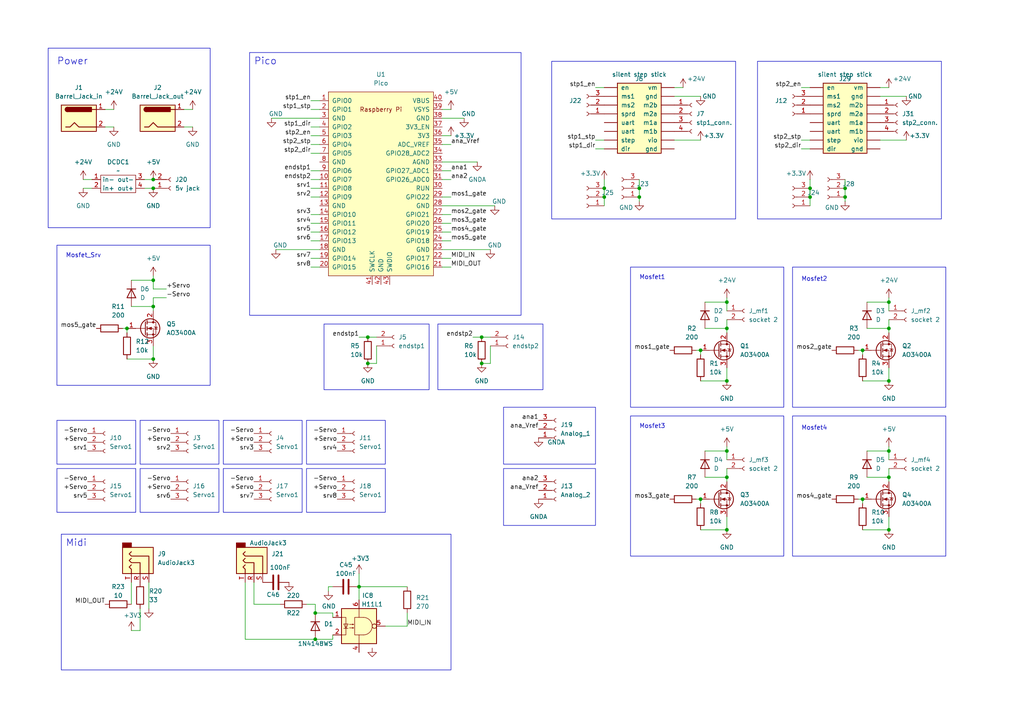
<source format=kicad_sch>
(kicad_sch (version 20231120) (generator "eeschema") (generator_version "8.0")
  (paper "A4")
  (junction (at 185.42 57.15))
  (junction (at 257.81 138.43))
  (junction (at 175.26 54.61))
  (junction (at 44.45 54.61))
  (junction (at 250.19 101.6))
  (junction (at 139.7 97.79))
  (junction (at 44.45 104.14))
  (junction (at 44.45 52.07))
  (junction (at 210.82 95.25))
  (junction (at 210.82 153.67))
  (junction (at 245.11 54.61))
  (junction (at 106.68 97.79))
  (junction (at 203.2 144.78))
  (junction (at 185.42 54.61))
  (junction (at 91.44 185.42))
  (junction (at 44.45 81.28))
  (junction (at 210.82 138.43))
  (junction (at 203.2 101.6))
  (junction (at 175.26 57.15))
  (junction (at 250.19 144.78))
  (junction (at 245.11 57.15))
  (junction (at 104.14 170.18))
  (junction (at 44.45 88.9))
  (junction (at 210.82 110.49))
  (junction (at 234.95 57.15))
  (junction (at 106.68 105.41))
  (junction (at 210.82 130.81))
  (junction (at 257.81 110.49))
  (junction (at 91.44 177.8))
  (junction (at 139.7 105.41))
  (junction (at 210.82 87.63))
  (junction (at 234.95 54.61))
  (junction (at 257.81 153.67))
  (junction (at 257.81 95.25))
  (junction (at 257.81 130.81))
  (junction (at 36.83 95.25))
  (junction (at 257.81 87.63))
  (wire (pts (xy 24.13 54.61) (xy 26.67 54.61)))
  (wire (pts (xy 248.92 101.6) (xy 250.19 101.6)))
  (wire (pts (xy 90.17 64.77) (xy 92.71 64.77)))
  (wire (pts (xy 104.14 97.79) (xy 106.68 97.79)))
  (wire (pts (xy 104.14 170.18) (xy 104.14 173.99)))
  (wire (pts (xy 24.13 52.07) (xy 26.67 52.07)))
  (wire (pts (xy 90.17 69.85) (xy 92.71 69.85)))
  (wire (pts (xy 234.95 57.15) (xy 234.95 59.69)))
  (wire (pts (xy 91.44 175.26) (xy 91.44 177.8)))
  (wire (pts (xy 73.66 175.26) (xy 81.28 175.26)))
  (wire (pts (xy 245.11 54.61) (xy 245.11 57.15)))
  (wire (pts (xy 250.19 153.67) (xy 257.81 153.67)))
  (wire (pts (xy 38.1 81.28) (xy 44.45 81.28)))
  (wire (pts (xy 251.46 87.63) (xy 257.81 87.63)))
  (wire (pts (xy 251.46 138.43) (xy 257.81 138.43)))
  (wire (pts (xy 90.17 49.53) (xy 92.71 49.53)))
  (wire (pts (xy 128.27 52.07) (xy 130.81 52.07)))
  (wire (pts (xy 255.27 27.94) (xy 262.89 27.94)))
  (wire (pts (xy 128.27 69.85) (xy 130.81 69.85)))
  (wire (pts (xy 257.81 95.25) (xy 257.81 96.52)))
  (wire (pts (xy 251.46 130.81) (xy 257.81 130.81)))
  (wire (pts (xy 203.2 110.49) (xy 210.82 110.49)))
  (wire (pts (xy 175.26 52.07) (xy 175.26 54.61)))
  (wire (pts (xy 38.1 88.9) (xy 44.45 88.9)))
  (wire (pts (xy 255.27 40.64) (xy 262.89 40.64)))
  (wire (pts (xy 204.47 95.25) (xy 210.82 95.25)))
  (wire (pts (xy 128.27 64.77) (xy 130.81 64.77)))
  (wire (pts (xy 251.46 95.25) (xy 257.81 95.25)))
  (wire (pts (xy 128.27 31.75) (xy 130.81 31.75)))
  (wire (pts (xy 104.14 166.37) (xy 104.14 170.18)))
  (wire (pts (xy 250.19 101.6) (xy 250.19 102.87)))
  (wire (pts (xy 41.91 52.07) (xy 44.45 52.07)))
  (wire (pts (xy 90.17 36.83) (xy 92.71 36.83)))
  (wire (pts (xy 90.17 31.75) (xy 92.71 31.75)))
  (wire (pts (xy 90.17 29.21) (xy 92.71 29.21)))
  (wire (pts (xy 128.27 72.39) (xy 142.24 72.39)))
  (wire (pts (xy 257.81 138.43) (xy 257.81 139.7)))
  (wire (pts (xy 71.12 185.42) (xy 91.44 185.42)))
  (wire (pts (xy 41.91 54.61) (xy 44.45 54.61)))
  (wire (pts (xy 257.81 129.54) (xy 257.81 130.81)))
  (wire (pts (xy 195.58 25.4) (xy 198.12 25.4)))
  (wire (pts (xy 130.81 41.91) (xy 128.27 41.91)))
  (wire (pts (xy 204.47 87.63) (xy 210.82 87.63)))
  (wire (pts (xy 232.41 43.18) (xy 234.95 43.18)))
  (wire (pts (xy 90.17 54.61) (xy 92.71 54.61)))
  (wire (pts (xy 210.82 106.68) (xy 210.82 110.49)))
  (wire (pts (xy 44.45 83.82) (xy 48.26 83.82)))
  (wire (pts (xy 106.68 97.79) (xy 109.22 97.79)))
  (wire (pts (xy 204.47 138.43) (xy 210.82 138.43)))
  (wire (pts (xy 201.93 144.78) (xy 203.2 144.78)))
  (wire (pts (xy 111.76 181.61) (xy 118.11 181.61)))
  (wire (pts (xy 203.2 153.67) (xy 210.82 153.67)))
  (wire (pts (xy 257.81 130.81) (xy 257.81 133.35)))
  (wire (pts (xy 245.11 57.15) (xy 245.11 58.42)))
  (wire (pts (xy 210.82 86.36) (xy 210.82 87.63)))
  (wire (pts (xy 128.27 62.23) (xy 130.81 62.23)))
  (wire (pts (xy 128.27 59.69) (xy 143.51 59.69)))
  (wire (pts (xy 44.45 88.9) (xy 44.45 90.17)))
  (wire (pts (xy 257.81 135.89) (xy 257.81 138.43)))
  (wire (pts (xy 44.45 100.33) (xy 44.45 104.14)))
  (wire (pts (xy 36.83 95.25) (xy 36.83 96.52)))
  (wire (pts (xy 118.11 177.8) (xy 118.11 181.61)))
  (wire (pts (xy 128.27 57.15) (xy 130.81 57.15)))
  (wire (pts (xy 172.72 43.18) (xy 175.26 43.18)))
  (wire (pts (xy 128.27 74.93) (xy 130.81 74.93)))
  (wire (pts (xy 250.19 144.78) (xy 250.19 146.05)))
  (wire (pts (xy 128.27 34.29) (xy 134.62 34.29)))
  (wire (pts (xy 257.81 149.86) (xy 257.81 153.67)))
  (wire (pts (xy 38.1 168.91) (xy 38.1 175.26)))
  (wire (pts (xy 44.45 80.01) (xy 44.45 81.28)))
  (wire (pts (xy 96.52 179.07) (xy 96.52 177.8)))
  (wire (pts (xy 96.52 170.18) (xy 95.25 170.18)))
  (wire (pts (xy 255.27 25.4) (xy 257.81 25.4)))
  (wire (pts (xy 257.81 87.63) (xy 257.81 90.17)))
  (wire (pts (xy 195.58 27.94) (xy 203.2 27.94)))
  (wire (pts (xy 78.74 34.29) (xy 92.71 34.29)))
  (wire (pts (xy 232.41 40.64) (xy 234.95 40.64)))
  (wire (pts (xy 245.11 52.07) (xy 245.11 54.61)))
  (wire (pts (xy 96.52 177.8) (xy 91.44 177.8)))
  (wire (pts (xy 204.47 130.81) (xy 210.82 130.81)))
  (wire (pts (xy 90.17 52.07) (xy 92.71 52.07)))
  (wire (pts (xy 185.42 57.15) (xy 185.42 58.42)))
  (wire (pts (xy 43.18 168.91) (xy 43.18 176.53)))
  (wire (pts (xy 139.7 105.41) (xy 142.24 105.41)))
  (wire (pts (xy 90.17 57.15) (xy 92.71 57.15)))
  (wire (pts (xy 109.22 100.33) (xy 109.22 105.41)))
  (wire (pts (xy 210.82 92.71) (xy 210.82 95.25)))
  (wire (pts (xy 90.17 74.93) (xy 92.71 74.93)))
  (wire (pts (xy 90.17 44.45) (xy 92.71 44.45)))
  (wire (pts (xy 185.42 54.61) (xy 185.42 57.15)))
  (wire (pts (xy 257.81 86.36) (xy 257.81 87.63)))
  (wire (pts (xy 90.17 39.37) (xy 92.71 39.37)))
  (wire (pts (xy 210.82 135.89) (xy 210.82 138.43)))
  (wire (pts (xy 40.64 182.88) (xy 38.1 182.88)))
  (wire (pts (xy 250.19 110.49) (xy 257.81 110.49)))
  (wire (pts (xy 142.24 100.33) (xy 142.24 105.41)))
  (wire (pts (xy 210.82 95.25) (xy 210.82 96.52)))
  (wire (pts (xy 232.41 25.4) (xy 234.95 25.4)))
  (wire (pts (xy 90.17 62.23) (xy 92.71 62.23)))
  (wire (pts (xy 53.34 31.75) (xy 55.88 31.75)))
  (wire (pts (xy 44.45 86.36) (xy 48.26 86.36)))
  (wire (pts (xy 30.48 36.83) (xy 33.02 36.83)))
  (wire (pts (xy 90.17 67.31) (xy 92.71 67.31)))
  (wire (pts (xy 44.45 86.36) (xy 44.45 88.9)))
  (wire (pts (xy 128.27 46.99) (xy 138.43 46.99)))
  (wire (pts (xy 172.72 40.64) (xy 175.26 40.64)))
  (wire (pts (xy 234.95 54.61) (xy 234.95 57.15)))
  (wire (pts (xy 210.82 130.81) (xy 210.82 133.35)))
  (wire (pts (xy 73.66 168.91) (xy 73.66 175.26)))
  (wire (pts (xy 118.11 170.18) (xy 104.14 170.18)))
  (wire (pts (xy 88.9 175.26) (xy 91.44 175.26)))
  (wire (pts (xy 95.25 170.18) (xy 95.25 171.45)))
  (wire (pts (xy 80.01 72.39) (xy 92.71 72.39)))
  (wire (pts (xy 172.72 25.4) (xy 175.26 25.4)))
  (wire (pts (xy 257.81 92.71) (xy 257.81 95.25)))
  (wire (pts (xy 210.82 149.86) (xy 210.82 153.67)))
  (wire (pts (xy 90.17 41.91) (xy 92.71 41.91)))
  (wire (pts (xy 91.44 185.42) (xy 96.52 185.42)))
  (wire (pts (xy 128.27 77.47) (xy 130.81 77.47)))
  (wire (pts (xy 210.82 129.54) (xy 210.82 130.81)))
  (wire (pts (xy 36.83 104.14) (xy 44.45 104.14)))
  (wire (pts (xy 175.26 54.61) (xy 175.26 57.15)))
  (wire (pts (xy 90.17 77.47) (xy 92.71 77.47)))
  (wire (pts (xy 203.2 144.78) (xy 203.2 146.05)))
  (wire (pts (xy 139.7 97.79) (xy 142.24 97.79)))
  (wire (pts (xy 185.42 52.07) (xy 185.42 54.61)))
  (wire (pts (xy 35.56 95.25) (xy 36.83 95.25)))
  (wire (pts (xy 128.27 49.53) (xy 130.81 49.53)))
  (wire (pts (xy 96.52 184.15) (xy 96.52 185.42)))
  (wire (pts (xy 257.81 106.68) (xy 257.81 110.49)))
  (wire (pts (xy 128.27 67.31) (xy 130.81 67.31)))
  (wire (pts (xy 201.93 101.6) (xy 203.2 101.6)))
  (wire (pts (xy 234.95 52.07) (xy 234.95 54.61)))
  (wire (pts (xy 128.27 39.37) (xy 130.81 39.37)))
  (wire (pts (xy 210.82 138.43) (xy 210.82 139.7)))
  (wire (pts (xy 30.48 31.75) (xy 33.02 31.75)))
  (wire (pts (xy 71.12 168.91) (xy 71.12 185.42)))
  (wire (pts (xy 210.82 87.63) (xy 210.82 90.17)))
  (wire (pts (xy 40.64 176.53) (xy 40.64 182.88)))
  (wire (pts (xy 106.68 105.41) (xy 109.22 105.41)))
  (wire (pts (xy 248.92 144.78) (xy 250.19 144.78)))
  (wire (pts (xy 44.45 81.28) (xy 44.45 83.82)))
  (wire (pts (xy 53.34 36.83) (xy 55.88 36.83)))
  (wire (pts (xy 175.26 57.15) (xy 175.26 59.69)))
  (wire (pts (xy 195.58 40.64) (xy 203.2 40.64)))
  (wire (pts (xy 137.16 97.79) (xy 139.7 97.79)))
  (wire (pts (xy 203.2 101.6) (xy 203.2 102.87)))
  (rectangle (start 64.77 121.92) (end 87.63 134.62))
  (rectangle (start 127 93.98) (end 157.48 113.03))
  (rectangle (start 64.77 135.89) (end 87.63 148.59))
  (rectangle (start 88.9 121.92) (end 111.76 134.62))
  (rectangle (start 160.02 17.78) (end 213.36 63.5))
  (rectangle (start 17.78 154.94) (end 130.81 194.31))
  (rectangle (start 16.51 71.12) (end 60.96 111.76))
  (rectangle (start 229.87 120.65) (end 274.32 161.29))
  (rectangle (start 182.88 120.65) (end 227.33 161.29))
  (rectangle (start 182.88 77.47) (end 227.33 118.11))
  (rectangle (start 146.05 135.89) (end 172.72 152.4))
  (rectangle (start 88.9 135.89) (end 111.76 148.59))
  (rectangle (start 72.39 15.24) (end 151.13 91.44))
  (rectangle (start 13.97 13.97) (end 60.96 66.04))
  (rectangle (start 93.98 93.98) (end 124.46 113.03))
  (rectangle (start 40.64 135.89) (end 63.5 148.59))
  (rectangle (start 219.71 17.78) (end 273.05 63.5))
  (rectangle (start 229.87 77.47) (end 274.32 118.11))
  (rectangle (start 16.51 135.89) (end 39.37 148.59))
  (rectangle (start 16.51 121.92) (end 39.37 134.62))
  (rectangle (start 40.64 121.92) (end 63.5 134.62))
  (rectangle (start 146.05 118.11) (end 172.72 134.62))
  (text "Midi" (at 19.05 158.75 0) (effects (font (size 2 2)) (justify left bottom)))
  (text "Mosfet3\n" (at 185.42 124.46 0) (effects (font (size 1.27 1.27)) (justify left bottom)))
  (text "Mosfet1\n" (at 185.42 81.28 0) (effects (font (size 1.27 1.27)) (justify left bottom)))
  (text "Mosfet2\n\n" (at 232.41 83.82 0) (effects (font (size 1.27 1.27)) (justify left bottom)))
  (text "Pico" (at 73.66 19.05 0) (effects (font (size 2 2)) (justify left bottom)))
  (text "Mosfet4\n\n" (at 232.41 127 0) (effects (font (size 1.27 1.27)) (justify left bottom)))
  (text "Power\n" (at 16.51 19.05 0) (effects (font (size 2 2)) (justify left bottom)))
  (text "Mosfet_Srv\n" (at 19.05 74.93 0) (effects (font (size 1.27 1.27)) (justify left bottom)))
  (label "srv2" (at 90.17 57.15 180))
  (label "srv6" (at 90.17 69.85 180))
  (label "stp1_stp" (at 172.72 40.64 180))
  (label "stp2_stp" (at 90.17 41.91 180))
  (label "endstp1" (at 104.14 97.79 180))
  (label "-Servo" (at 25.4 139.7 180))
  (label "-Servo" (at 97.79 125.73 180))
  (label "endstp1" (at 90.17 49.53 180))
  (label "mos1_gate" (at 130.81 57.15 0))
  (label "stp1_dir" (at 90.17 36.83 180))
  (label "mos2_gate" (at 241.3 101.6 180))
  (label "stp2_dir" (at 232.41 43.18 180))
  (label "mos4_gate" (at 130.81 67.31 0))
  (label "mos3_gate" (at 194.31 144.78 180))
  (label "-Servo" (at 48.26 86.36 0))
  (label "MIDI_OUT" (at 130.81 77.47 0))
  (label "srv5" (at 25.4 144.78 180))
  (label "MIDI_IN" (at 130.81 74.93 0))
  (label "+Servo" (at 49.53 128.27 180))
  (label "+Servo" (at 48.26 83.82 0))
  (label "ana_Vref" (at 156.21 124.46 180))
  (label "srv2" (at 49.53 130.81 180))
  (label "stp2_stp" (at 232.41 40.64 180))
  (label "stp1_en" (at 90.17 29.21 180))
  (label "-Servo" (at 49.53 139.7 180))
  (label "stp1_en" (at 172.72 25.4 180))
  (label "srv1" (at 90.17 54.61 180))
  (label "stp2_dir" (at 90.17 44.45 180))
  (label "ana2" (at 130.81 52.07 0))
  (label "srv4" (at 97.79 130.81 180))
  (label "ana2" (at 156.21 139.7 180))
  (label "-Servo" (at 97.79 139.7 180))
  (label "+Servo" (at 97.79 128.27 180))
  (label "-Servo" (at 73.66 139.7 180))
  (label "srv7" (at 90.17 74.93 180))
  (label "srv1" (at 25.4 130.81 180))
  (label "MIDI_OUT" (at 30.48 175.26 180))
  (label "+Servo" (at 97.79 142.24 180))
  (label "stp1_dir" (at 172.72 43.18 180))
  (label "stp2_en" (at 232.41 25.4 180))
  (label "srv3" (at 90.17 62.23 180))
  (label "srv5" (at 90.17 67.31 180))
  (label "-Servo" (at 49.53 125.73 180))
  (label "srv8" (at 90.17 77.47 180))
  (label "mos5_gate" (at 27.94 95.25 180))
  (label "stp1_stp" (at 90.17 31.75 180))
  (label "srv7" (at 73.66 144.78 180))
  (label "endstp2" (at 90.17 52.07 180))
  (label "mos3_gate" (at 130.81 64.77 0))
  (label "srv4" (at 90.17 64.77 180))
  (label "mos2_gate" (at 130.81 62.23 0))
  (label "+Servo" (at 73.66 128.27 180))
  (label "srv6" (at 49.53 144.78 180))
  (label "mos4_gate" (at 241.3 144.78 180))
  (label "stp2_en" (at 90.17 39.37 180))
  (label "ana_Vref" (at 156.21 142.24 180))
  (label "+Servo" (at 73.66 142.24 180))
  (label "+Servo" (at 49.53 142.24 180))
  (label "ana_Vref" (at 130.81 41.91 0))
  (label "-Servo" (at 25.4 125.73 180))
  (label "-Servo" (at 73.66 125.73 180))
  (label "mos1_gate" (at 194.31 101.6 180))
  (label "ana1" (at 156.21 121.92 180))
  (label "srv3" (at 73.66 130.81 180))
  (label "MIDI_IN" (at 118.11 181.61 0))
  (label "+Servo" (at 25.4 142.24 180))
  (label "ana1" (at 130.81 49.53 0))
  (label "endstp2" (at 137.16 97.79 180))
  (label "srv8" (at 97.79 144.78 180))
  (label "+Servo" (at 25.4 128.27 180))
  (label "mos5_gate" (at 130.81 69.85 0))
  (symbol (lib_id "Connector:Conn_01x03_Socket") (at 78.74 142.24 0) (unit 1)
    (property "Reference" "J17" (at 80.01 140.97 0) (effects (justify left)))
    (property "Value" "Servo1" (at 80.01 143.51 0) (effects (justify left)))
    (property "Footprint" "Library:PinHeader_1x03_P2.54mm_Vertical(fmod)" (effects (hide yes)))
  )
  (symbol (lib_id "power:GND") (at 44.45 104.14 0) (unit 1)
    (property "Reference" "#PWR047" (effects (hide yes)))
    (property "Value" "GND" (at 44.45 109.22 0))
  )
  (symbol (lib_id "Device:R") (at 31.75 95.25 90) (unit 1)
    (property "Reference" "R11" (at 34.29 88.9 90))
    (property "Value" "200" (at 34.29 91.44 90))
    (property "Footprint" "Resistor_SMD:R_1206_3216Metric_Pad1.30x1.75mm_HandSolder" (effects (hide yes)))
  )
  (symbol (lib_id "Device:D") (at 251.46 134.62 270) (unit 1)
    (property "Reference" "D5" (at 254 133.35 90) (effects (justify left)))
    (property "Value" "D" (at 254 135.89 90) (effects (justify left)))
    (property "Footprint" "Diode_SMD:D_1206_3216Metric_Pad1.42x1.75mm_HandSolder" (effects (hide yes)))
    (property "Sim.Device" "D" (effects (hide yes)))
    (property "Sim.Pins" "1=K 2=A" (effects (hide yes)))
  )
  (symbol (lib_id "Connector:Conn_01x04_Socket") (at 260.35 33.02 0) (unit 1)
    (property "Reference" "J31" (at 261.62 33.0199 0) (effects (justify left)))
    (property "Value" "stp2_conn." (at 261.62 35.5599 0) (effects (justify left)))
    (property "Footprint" "Library:PinHeader_1x04_P2.54mm_Vertical(fmod)" (effects (hide yes)))
  )
  (symbol (lib_id "power:GNDA") (at 156.21 144.78 0) (unit 1)
    (property "Reference" "#PWR014" (effects (hide yes)))
    (property "Value" "GNDA" (at 156.21 149.86 0))
    (property "Description" "Power symbol creates a global label with name \"GNDA\" , analog ground" (effects (hide yes)))
  )
  (symbol (lib_id "power:GND") (at 33.02 36.83 0) (unit 1)
    (property "Reference" "#PWR02" (effects (hide yes)))
    (property "Value" "GND" (at 33.02 41.91 0))
  )
  (symbol (lib_name "+5V_1") (lib_id "power:+5V") (at 130.81 31.75 0) (unit 1)
    (property "Reference" "#PWR029" (effects (hide yes)))
    (property "Value" "+5V" (at 130.81 26.67 0))
    (property "Description" "Power symbol creates a global label with name \"+5V\"" (effects (hide yes)))
  )
  (symbol (lib_name "AO3400A_2") (lib_id "Transistor_FET:AO3400A") (at 255.27 144.78 0) (unit 1)
    (property "Reference" "Q4" (at 261.62 143.5099 0) (effects (justify left)))
    (property "Value" "AO3400A" (at 261.62 146.0499 0) (effects (justify left)))
    (property "Footprint" "Package_TO_SOT_SMD:SOT-223-3_TabPin2" (effects (hide yes)))
    (property "Datasheet" "http://www.aosmd.com/pdfs/datasheet/AO3400A.pdf" (effects (hide yes)))
  )
  (symbol (lib_id "power:+5V") (at 44.45 52.07 0) (unit 1)
    (property "Reference" "#PWR05" (effects (hide yes)))
    (property "Value" "+5V" (at 44.45 46.99 0))
  )
  (symbol (lib_id "power:GND") (at 143.51 59.69 0) (unit 1)
    (property "Reference" "#PWR027" (effects (hide yes)))
    (property "Value" "GND" (at 144.78 58.42 0))
  )
  (symbol (lib_id "Device:D") (at 251.46 91.44 270) (unit 1)
    (property "Reference" "D3" (at 254 90.17 90) (effects (justify left)))
    (property "Value" "D" (at 254 92.71 90) (effects (justify left)))
    (property "Footprint" "Diode_SMD:D_1206_3216Metric_Pad1.42x1.75mm_HandSolder" (effects (hide yes)))
    (property "Sim.Device" "D" (effects (hide yes)))
    (property "Sim.Pins" "1=K 2=A" (effects (hide yes)))
  )
  (symbol (lib_id "power:+24V") (at 55.88 31.75 0) (unit 1)
    (property "Reference" "#PWR036" (effects (hide yes)))
    (property "Value" "+24V" (at 55.88 26.67 0))
  )
  (symbol (lib_id "Connector:Conn_01x03_Socket") (at 30.48 142.24 0) (unit 1)
    (property "Reference" "J15" (at 31.75 140.97 0) (effects (justify left)))
    (property "Value" "Servo1" (at 31.75 143.51 0) (effects (justify left)))
    (property "Footprint" "Library:PinHeader_1x03_P2.54mm_Vertical(fmod)" (effects (hide yes)))
  )
  (symbol (lib_id "Device:R") (at 118.11 173.99 180) (unit 1)
    (property "Reference" "R21" (at 120.65 173.355 0) (effects (justify right)))
    (property "Value" "270" (at 120.65 175.895 0) (effects (justify right)))
    (property "Footprint" "Resistor_SMD:R_1206_3216Metric_Pad1.30x1.75mm_HandSolder" (effects (hide yes)))
    (property "LCSC" "C22966" (effects (hide yes)))
  )
  (symbol (lib_id "Device:R") (at 203.2 149.86 0) (unit 1)
    (property "Reference" "R8" (at 205.74 148.59 0) (effects (justify left)))
    (property "Value" "10k" (at 205.74 151.13 0) (effects (justify left)))
    (property "Footprint" "Resistor_SMD:R_1206_3216Metric_Pad1.30x1.75mm_HandSolder" (effects (hide yes)))
  )
  (symbol (lib_id "power:+3.3V") (at 262.89 40.64 0) (unit 1)
    (property "Reference" "#PWR026" (effects (hide yes)))
    (property "Value" "+3.3V" (at 266.7 39.37 0))
  )
  (symbol (lib_id "Device:R") (at 40.64 172.72 0) (unit 1)
    (property "Reference" "R20" (at 43.18 171.4499 0) (effects (justify left)))
    (property "Value" "33" (at 43.18 173.9899 0) (effects (justify left)))
    (property "Footprint" "Resistor_SMD:R_1206_3216Metric_Pad1.30x1.75mm_HandSolder" (effects (hide yes)))
    (property "LCSC" "C23140" (effects (hide yes)))
  )
  (symbol (lib_id "Connector:Conn_01x02_Socket") (at 262.89 133.35 0) (unit 1)
    (property "Reference" "J_mf4" (at 264.16 133.3499 0) (effects (justify left)))
    (property "Value" "socket 2" (at 264.16 135.8899 0) (effects (justify left)))
    (property "Footprint" "Library:PinHeader_1x02_P2.54mm_Vertical_(fmod)" (effects (hide yes)))
  )
  (symbol (lib_id "Device:C") (at 80.01 168.91 90) (unit 1)
    (property "Reference" "C46" (at 79.248 172.466 90))
    (property "Value" "100nF" (at 81.28 164.592 90))
    (property "Footprint" "Capacitor_SMD:C_1206_3216Metric_Pad1.33x1.80mm_HandSolder" (effects (hide yes)))
    (property "LCSC" "C14663" (effects (hide yes)))
  )
  (symbol (lib_id "Connector:Conn_01x03_Socket") (at 229.87 57.15 180) (unit 1)
    (property "Reference" "J24" (at 235.966 55.88 0))
    (property "Value" "Conn_01x03_Socket" (effects (hide yes)))
    (property "Footprint" "Library:PinHeader_1x03_P2.54mm_Vertical(fmod)" (effects (hide yes)))
    (property "Description" "Generic connector, single row, 01x03, script generated" (effects (hide yes)))
  )
  (symbol (lib_id "Connector_Audio:AudioJack3") (at 73.66 163.83 270) (unit 1)
    (property "Reference" "J21" (at 78.74 160.6549 90) (effects (justify left)))
    (property "Value" "AudioJack3" (at 72.39 157.48 90) (effects (justify left)))
    (property "Footprint" "Library:Jack_3.5mm_CUI_SJ1-3523N_Horizontal(fmod)" (effects (hide yes)))
    (property "Description" "Audio Jack, 3 Poles (Stereo / TRS)" (effects (hide yes)))
  )
  (symbol (lib_id "MCU_RaspberryPi_and_Boards:Pico") (at 110.49 53.34 0) (unit 1)
    (property "Reference" "U1" (at 110.49 21.59 0))
    (property "Value" "Pico" (at 110.49 24.13 0))
    (property "Footprint" "MCU_RaspberryPi_and_Boards:RPi_Pico_SMD_TH" (effects (hide yes)))
  )
  (symbol (lib_id "Device:R") (at 36.83 100.33 0) (unit 1)
    (property "Reference" "R12" (at 39.37 99.06 0) (effects (justify left)))
    (property "Value" "10k" (at 39.37 101.6 0) (effects (justify left)))
    (property "Footprint" "Resistor_SMD:R_1206_3216Metric_Pad1.30x1.75mm_HandSolder" (effects (hide yes)))
  )
  (symbol (lib_name "+3.3V_1") (lib_id "power:+3.3V") (at 175.26 52.07 0) (unit 1)
    (property "Reference" "#PWR016" (effects (hide yes)))
    (property "Value" "+3.3V" (at 171.196 50.292 0))
    (property "Description" "Power symbol creates a global label with name \"+3.3V\"" (effects (hide yes)))
  )
  (symbol (lib_id "power:+24V") (at 33.02 31.75 0) (unit 1)
    (property "Reference" "#PWR01" (effects (hide yes)))
    (property "Value" "+24V" (at 33.02 26.67 0))
  )
  (symbol (lib_id "Connector:Conn_01x02_Socket") (at 215.9 133.35 0) (unit 1)
    (property "Reference" "J_mf3" (at 217.17 133.3499 0) (effects (justify left)))
    (property "Value" "socket 2" (at 217.17 135.8899 0) (effects (justify left)))
    (property "Footprint" "Library:PinHeader_1x02_P2.54mm_Vertical_(fmod)" (effects (hide yes)))
  )
  (symbol (lib_id "Device:D") (at 204.47 134.62 270) (unit 1)
    (property "Reference" "D4" (at 207.01 133.35 90) (effects (justify left)))
    (property "Value" "D" (at 207.01 135.89 90) (effects (justify left)))
    (property "Footprint" "Diode_SMD:D_1206_3216Metric_Pad1.42x1.75mm_HandSolder" (effects (hide yes)))
    (property "Sim.Device" "D" (effects (hide yes)))
    (property "Sim.Pins" "1=K 2=A" (effects (hide yes)))
  )
  (symbol (lib_id "power:+24V") (at 257.81 129.54 0) (unit 1)
    (property "Reference" "#PWR040" (effects (hide yes)))
    (property "Value" "+5V" (at 257.81 124.46 0))
  )
  (symbol (lib_id "power:GNDA") (at 156.21 127 0) (unit 1)
    (property "Reference" "#PWR013" (effects (hide yes)))
    (property "Value" "GNDA" (at 158.75 128.2699 0) (effects (justify left)))
    (property "Description" "Power symbol creates a global label with name \"GNDA\" , analog ground" (effects (hide yes)))
  )
  (symbol (lib_id "Device:C") (at 100.33 170.18 90) (unit 1)
    (property "Reference" "C45" (at 100.33 163.83 90))
    (property "Value" "100nF" (at 100.33 166.37 90))
    (property "Footprint" "Capacitor_SMD:C_1206_3216Metric_Pad1.33x1.80mm_HandSolder" (effects (hide yes)))
    (property "LCSC" "C14663" (effects (hide yes)))
  )
  (symbol (lib_name "Conn_02x08_Counter_Clockwise_1") (lib_id "Connector_Generic:Conn_02x08_Counter_Clockwise") (at 185.42 33.02 0) (unit 1)
    (property "Reference" "J6" (at 185.42 22.86 0))
    (property "Value" "silent step stick" (at 185.42 21.59 0))
    (property "Footprint" "Library:stepstick" (effects (hide yes)))
  )
  (symbol (lib_id "Device:R") (at 198.12 101.6 90) (unit 1)
    (property "Reference" "R2" (at 200.66 95.25 90))
    (property "Value" "200" (at 200.66 97.79 90))
    (property "Footprint" "Resistor_SMD:R_1206_3216Metric_Pad1.30x1.75mm_HandSolder" (effects (hide yes)))
  )
  (symbol (lib_id "Connector:Conn_01x04_Socket") (at 200.66 33.02 0) (unit 1)
    (property "Reference" "J7" (at 201.93 33.02 0) (effects (justify left)))
    (property "Value" "stp1_conn." (at 201.93 35.56 0) (effects (justify left)))
    (property "Footprint" "Library:PinHeader_1x04_P2.54mm_Vertical(fmod)" (effects (hide yes)))
  )
  (symbol (lib_id "power:GND") (at 257.81 153.67 0) (unit 1)
    (property "Reference" "#PWR041" (effects (hide yes)))
    (property "Value" "GND" (at 257.81 158.75 0))
  )
  (symbol (lib_id "Transistor_FET:AO3400A") (at 41.91 95.25 0) (unit 1)
    (property "Reference" "Q5" (at 48.26 93.9799 0) (effects (justify left)))
    (property "Value" "AO3400A" (at 48.26 96.5199 0) (effects (justify left)))
    (property "Footprint" "Package_TO_SOT_SMD:SOT-223-3_TabPin2" (effects (hide yes)))
    (property "Datasheet" "http://www.aosmd.com/pdfs/datasheet/AO3400A.pdf" (effects (hide yes)))
  )
  (symbol (lib_name "GND_2") (lib_id "power:GND") (at 185.42 58.42 0) (unit 1)
    (property "Reference" "#PWR015" (effects (hide yes)))
    (property "Value" "GND" (at 181.61 60.198 0))
    (property "Description" "Power symbol creates a global label with name \"GND\" , ground" (effects (hide yes)))
  )
  (symbol (lib_id "power:GND") (at 139.7 105.41 0) (unit 1)
    (property "Reference" "#PWR024" (effects (hide yes)))
    (property "Value" "GND" (at 139.7 110.49 0))
  )
  (symbol (lib_id "Connector:Conn_01x03_Socket") (at 54.61 128.27 0) (unit 1)
    (property "Reference" "J3" (at 55.88 127 0) (effects (justify left)))
    (property "Value" "Servo1" (at 55.88 129.54 0) (effects (justify left)))
    (property "Footprint" "Library:PinHeader_1x03_P2.54mm_Vertical(fmod)" (effects (hide yes)))
  )
  (symbol (lib_id "Device:R") (at 250.19 149.86 0) (unit 1)
    (property "Reference" "R10" (at 252.73 148.59 0) (effects (justify left)))
    (property "Value" "10k" (at 252.73 151.13 0) (effects (justify left)))
    (property "Footprint" "Resistor_SMD:R_1206_3216Metric_Pad1.30x1.75mm_HandSolder" (effects (hide yes)))
  )
  (symbol (lib_id "Connector:Conn_01x03_Socket") (at 30.48 128.27 0) (unit 1)
    (property "Reference" "J10" (at 31.75 127 0) (effects (justify left)))
    (property "Value" "Servo1" (at 31.75 129.54 0) (effects (justify left)))
    (property "Footprint" "Library:PinHeader_1x03_P2.54mm_Vertical(fmod)" (effects (hide yes)))
  )
  (symbol (lib_id "power:GND") (at 78.74 34.29 0) (unit 1)
    (property "Reference" "#PWR033" (effects (hide yes)))
    (property "Value" "GND" (at 80.01 33.02 0))
  )
  (symbol (lib_id "power:GND") (at 262.89 27.94 0) (unit 1)
    (property "Reference" "#PWR025" (effects (hide yes)))
    (property "Value" "GND" (at 265.43 27.94 0))
  )
  (symbol (lib_id "power:GND") (at 210.82 153.67 0) (unit 1)
    (property "Reference" "#PWR039" (effects (hide yes)))
    (property "Value" "GND" (at 210.82 158.75 0))
  )
  (symbol (lib_id "power:GND") (at 142.24 72.39 0) (unit 1)
    (property "Reference" "#PWR035" (effects (hide yes)))
    (property "Value" "GND" (at 143.51 71.12 0))
  )
  (symbol (lib_id "power:GND") (at 95.25 171.45 0) (unit 1)
    (property "Reference" "#PWR058" (effects (hide yes)))
    (property "Value" "GND" (at 95.377 175.8442 0))
  )
  (symbol (lib_id "Connector:Conn_01x03_Socket") (at 78.74 128.27 0) (unit 1)
    (property "Reference" "J4" (at 80.01 127 0) (effects (justify left)))
    (property "Value" "Servo1" (at 80.01 129.54 0) (effects (justify left)))
    (property "Footprint" "Library:PinHeader_1x03_P2.54mm_Vertical(fmod)" (effects (hide yes)))
  )
  (symbol (lib_id "Device:R") (at 250.19 106.68 0) (unit 1)
    (property "Reference" "R4" (at 252.73 105.41 0) (effects (justify left)))
    (property "Value" "10k" (at 252.73 107.95 0) (effects (justify left)))
    (property "Footprint" "Resistor_SMD:R_1206_3216Metric_Pad1.30x1.75mm_HandSolder" (effects (hide yes)))
  )
  (symbol (lib_id "Connector:Barrel_Jack") (at 45.72 34.29 0) (unit 1)
    (property "Reference" "J2" (at 45.72 25.4 0))
    (property "Value" "Barrel_Jack_out" (at 45.72 27.94 0))
    (property "Footprint" "Library:BarrelJack_GCT_DCJ200-10-A_Horizontal(fmod)" (effects (hide yes)))
  )
  (symbol (lib_id "Connector:Conn_01x03_Socket") (at 170.18 57.15 180) (unit 1)
    (property "Reference" "J25" (at 176.276 55.88 0))
    (property "Value" "Conn_01x03_Socket" (effects (hide yes)))
    (property "Footprint" "Library:PinHeader_1x03_P2.54mm_Vertical(fmod)" (effects (hide yes)))
    (property "Description" "Generic connector, single row, 01x03, script generated" (effects (hide yes)))
  )
  (symbol (lib_id "Device:R") (at 85.09 175.26 90) (unit 1)
    (property "Reference" "R22" (at 85.09 177.8 90))
    (property "Value" "220" (at 85.09 172.72 90))
    (property "Footprint" "Resistor_SMD:R_1206_3216Metric_Pad1.30x1.75mm_HandSolder" (effects (hide yes)))
    (property "LCSC" "C25905" (effects (hide yes)))
  )
  (symbol (lib_id "power:GND") (at 210.82 110.49 0) (unit 1)
    (property "Reference" "#PWR07" (effects (hide yes)))
    (property "Value" "GND" (at 210.82 115.57 0))
  )
  (symbol (lib_id "Device:D") (at 38.1 85.09 270) (unit 1)
    (property "Reference" "D6" (at 40.64 83.82 90) (effects (justify left)))
    (property "Value" "D" (at 40.64 86.36 90) (effects (justify left)))
    (property "Footprint" "Diode_SMD:D_1206_3216Metric_Pad1.42x1.75mm_HandSolder" (effects (hide yes)))
    (property "Sim.Device" "D" (effects (hide yes)))
    (property "Sim.Pins" "1=K 2=A" (effects (hide yes)))
  )
  (symbol (lib_id "Connector_Audio:AudioJack3") (at 40.64 163.83 270) (unit 1)
    (property "Reference" "J9" (at 45.72 160.6549 90) (effects (justify left)))
    (property "Value" "AudioJack3" (at 45.72 163.1949 90) (effects (justify left)))
    (property "Footprint" "Library:Jack_3.5mm_CUI_SJ1-3523N_Horizontal(fmod)" (effects (hide yes)))
    (property "Description" "Audio Jack, 3 Poles (Stereo / TRS)" (effects (hide yes)))
  )
  (symbol (lib_id "power:+24V") (at 24.13 52.07 0) (unit 1)
    (property "Reference" "#PWR04" (effects (hide yes)))
    (property "Value" "+24V" (at 24.13 46.99 0))
  )
  (symbol (lib_id "Connector:Conn_01x03_Socket") (at 180.34 54.61 180) (unit 1)
    (property "Reference" "J23" (at 186.436 53.34 0))
    (property "Value" "Conn_01x03_Socket" (effects (hide yes)))
    (property "Footprint" "Library:PinHeader_1x03_P2.54mm_Vertical(fmod)" (effects (hide yes)))
    (property "Description" "Generic connector, single row, 01x03, script generated" (effects (hide yes)))
  )
  (symbol (lib_id "power:GND") (at 107.95 187.96 0) (unit 1)
    (property "Reference" "#PWR061" (effects (hide yes)))
    (property "Value" "GND" (effects (hide yes)))
  )
  (symbol (lib_name "+3.3V_1") (lib_id "power:+3.3V") (at 234.95 52.07 0) (unit 1)
    (property "Reference" "#PWR021" (effects (hide yes)))
    (property "Value" "+3.3V" (at 230.886 50.292 0))
    (property "Description" "Power symbol creates a global label with name \"+3.3V\"" (effects (hide yes)))
  )
  (symbol (lib_id "Device:R") (at 203.2 106.68 0) (unit 1)
    (property "Reference" "R1" (at 205.74 105.41 0) (effects (justify left)))
    (property "Value" "10k" (at 205.74 107.95 0) (effects (justify left)))
    (property "Footprint" "Resistor_SMD:R_1206_3216Metric_Pad1.30x1.75mm_HandSolder" (effects (hide yes)))
  )
  (symbol (lib_id "Diode:1N4148WS") (at 91.44 181.61 270) (unit 1)
    (property "Reference" "D1" (at 93.98 180.975 90) (effects (justify left)))
    (property "Value" "1N4148WS" (at 86.36 186.69 90) (effects (justify left)))
    (property "Footprint" "Diode_SMD:D_1206_3216Metric_Pad1.42x1.75mm_HandSolder" (effects (hide yes)))
    (property "Datasheet" "https://www.vishay.com/docs/85751/1n4148ws.pdf" (effects (hide yes)))
    (property "Sim.Device" "D" (effects (hide yes)))
    (property "Sim.Pins" "1=K 2=A" (effects (hide yes)))
    (property "LCSC" "C2128" (effects (hide yes)))
  )
  (symbol (lib_id "Connector:Barrel_Jack") (at 22.86 34.29 0) (unit 1)
    (property "Reference" "J1" (at 22.86 25.4 0))
    (property "Value" "Barrel_Jack_in" (at 22.86 27.94 0))
    (property "Footprint" "Library:BarrelJack_GCT_DCJ200-10-A_Horizontal(fmod)" (effects (hide yes)))
  )
  (symbol (lib_id "Connector:Conn_01x03_Socket") (at 240.03 54.61 180) (unit 1)
    (property "Reference" "J28" (at 246.126 53.34 0))
    (property "Value" "Conn_01x03_Socket" (effects (hide yes)))
    (property "Footprint" "Library:PinHeader_1x03_P2.54mm_Vertical(fmod)" (effects (hide yes)))
    (property "Description" "Generic connector, single row, 01x03, script generated" (effects (hide yes)))
  )
  (symbol (lib_id "Connector:Conn_01x02_Socket") (at 215.9 90.17 0) (unit 1)
    (property "Reference" "J_mf1" (at 217.17 90.1699 0) (effects (justify left)))
    (property "Value" "socket 2" (at 217.17 92.7099 0) (effects (justify left)))
    (property "Footprint" "Library:PinHeader_1x02_P2.54mm_Vertical_(fmod)" (effects (hide yes)))
  )
  (symbol (lib_id "Device:R") (at 245.11 101.6 90) (unit 1)
    (property "Reference" "R3" (at 247.65 95.25 90))
    (property "Value" "200" (at 247.65 97.79 90))
    (property "Footprint" "Resistor_SMD:R_1206_3216Metric_Pad1.30x1.75mm_HandSolder" (effects (hide yes)))
  )
  (symbol (lib_id "power:GND") (at 134.62 34.29 0) (unit 1)
    (property "Reference" "#PWR011" (effects (hide yes)))
    (property "Value" "GND" (at 135.89 33.02 0))
  )
  (symbol (lib_id "power:GND") (at 106.68 105.41 0) (unit 1)
    (property "Reference" "#PWR012" (effects (hide yes)))
    (property "Value" "GND" (at 106.68 110.49 0))
  )
  (symbol (lib_id "power:+3.3V") (at 130.81 39.37 0) (unit 1)
    (property "Reference" "#PWR019" (effects (hide yes)))
    (property "Value" "+3.3V" (at 134.62 39.37 0))
  )
  (symbol (lib_id "Device:R") (at 139.7 101.6 0) (unit 1)
    (property "Reference" "R6" (at 134.62 100.33 0) (effects (justify left)))
    (property "Value" "10k" (at 134.62 102.87 0) (effects (justify left)))
    (property "Footprint" "Resistor_SMD:R_1206_3216Metric_Pad1.30x1.75mm_HandSolder" (effects (hide yes)))
  )
  (symbol (lib_id "Connector:Conn_01x02_Socket") (at 262.89 90.17 0) (unit 1)
    (property "Reference" "J_mf2" (at 264.16 90.1699 0) (effects (justify left)))
    (property "Value" "socket 2" (at 264.16 92.7099 0) (effects (justify left)))
    (property "Footprint" "Library:PinHeader_1x02_P2.54mm_Vertical_(fmod)" (effects (hide yes)))
  )
  (symbol (lib_id "power:GND") (at 44.45 54.61 0) (unit 1)
    (property "Reference" "#PWR06" (effects (hide yes)))
    (property "Value" "GND" (at 44.45 59.69 0))
  )
  (symbol (lib_name "Conn_01x03_Socket_1") (lib_id "Connector:Conn_01x03_Socket") (at 161.29 124.46 0) (unit 1)
    (property "Reference" "J19" (at 162.56 123.1899 0) (effects (justify left)))
    (property "Value" "Analog_1" (at 162.56 125.7299 0) (effects (justify left)))
    (property "Footprint" "Library:PinHeader_1x03_P2.54mm_Vertical(fmod)" (effects (hide yes)))
    (property "Description" "Generic connector, single row, 01x03, script generated" (effects (hide yes)))
  )
  (symbol (lib_name "Conn_01x03_Socket_1") (lib_id "Connector:Conn_01x03_Socket") (at 161.29 142.24 0) (unit 1)
    (property "Reference" "J13" (at 162.56 140.9699 0) (effects (justify left)))
    (property "Value" "Analog_2" (at 162.56 143.5099 0) (effects (justify left)))
    (property "Footprint" "Library:PinHeader_1x03_P2.54mm_Vertical(fmod)" (effects (hide yes)))
    (property "Description" "Generic connector, single row, 01x03, script generated" (effects (hide yes)))
  )
  (symbol (lib_id "power:+24V") (at 198.12 25.4 0) (unit 1)
    (property "Reference" "#PWR017" (effects (hide yes)))
    (property "Value" "+24V" (at 201.93 22.86 0))
  )
  (symbol (lib_name "AO3400A_4") (lib_id "Transistor_FET:AO3400A") (at 208.28 101.6 0) (unit 1)
    (property "Reference" "Q1" (at 214.63 100.3299 0) (effects (justify left)))
    (property "Value" "AO3400A" (at 214.63 102.8699 0) (effects (justify left)))
    (property "Footprint" "Package_TO_SOT_SMD:SOT-223-3_TabPin2" (effects (hide yes)))
    (property "Datasheet" "http://www.aosmd.com/pdfs/datasheet/AO3400A.pdf" (effects (hide yes)))
  )
  (symbol (lib_name "Conn_01x02_Socket_3") (lib_id "Connector:Conn_01x02_Socket") (at 114.3 97.79 0) (unit 1)
    (property "Reference" "J5" (at 115.57 97.7899 0) (effects (justify left)))
    (property "Value" "endstp1" (at 115.57 100.3299 0) (effects (justify left)))
    (property "Footprint" "Library:PinHeader_1x02_P2.54mm_Vertical_(fmod)" (effects (hide yes)))
  )
  (symbol (lib_id "Connector:Conn_01x03_Socket") (at 102.87 142.24 0) (unit 1)
    (property "Reference" "J18" (at 104.14 140.97 0) (effects (justify left)))
    (property "Value" "Servo1" (at 104.14 143.51 0) (effects (justify left)))
    (property "Footprint" "Library:PinHeader_1x03_P2.54mm_Vertical(fmod)" (effects (hide yes)))
  )
  (symbol (lib_id "power:GND") (at 203.2 27.94 0) (unit 1)
    (property "Reference" "#PWR018" (effects (hide yes)))
    (property "Value" "GND" (at 205.74 27.94 0))
  )
  (symbol (lib_id "power:GND") (at 80.01 72.39 0) (unit 1)
    (property "Reference" "#PWR034" (effects (hide yes)))
    (property "Value" "GND" (at 81.28 71.12 0))
  )
  (symbol (lib_id "power:+24V") (at 257.81 25.4 0) (unit 1)
    (property "Reference" "#PWR023" (effects (hide yes)))
    (property "Value" "+24V" (at 261.62 22.86 0))
  )
  (symbol (lib_name "GND_2") (lib_id "power:GND") (at 245.11 58.42 0) (unit 1)
    (property "Reference" "#PWR022" (effects (hide yes)))
    (property "Value" "GND" (at 241.3 60.198 0))
    (property "Description" "Power symbol creates a global label with name \"GND\" , ground" (effects (hide yes)))
  )
  (symbol (lib_id "power:+24V") (at 210.82 129.54 0) (unit 1)
    (property "Reference" "#PWR038" (effects (hide yes)))
    (property "Value" "+5V" (at 210.82 124.46 0))
  )
  (symbol (lib_id "Device:R") (at 106.68 101.6 0) (unit 1)
    (property "Reference" "R5" (at 101.6 100.33 0) (effects (justify left)))
    (property "Value" "10k" (at 101.6 102.87 0) (effects (justify left)))
    (property "Footprint" "Resistor_SMD:R_1206_3216Metric_Pad1.30x1.75mm_HandSolder" (effects (hide yes)))
  )
  (symbol (lib_name "Conn_01x02_Socket_1") (lib_id "Connector:Conn_01x02_Socket") (at 49.53 52.07 0) (unit 1)
    (property "Reference" "J20" (at 50.8 52.0699 0) (effects (justify left)))
    (property "Value" "5v jack" (at 50.8 54.6099 0) (effects (justify left)))
    (property "Footprint" "Library:PinHeader_1x02_P2.54mm_Vertical_(fmod)" (effects (hide yes)))
    (property "Description" "Generic connector, single row, 01x02, script generated" (effects (hide yes)))
  )
  (symbol (lib_id "power:+24V") (at 210.82 86.36 0) (unit 1)
    (property "Reference" "#PWR08" (effects (hide yes)))
    (property "Value" "+24V" (at 210.82 81.28 0))
  )
  (symbol (lib_id "power:+3V3") (at 38.1 182.88 0) (unit 1)
    (property "Reference" "#PWR056" (effects (hide yes)))
    (property "Value" "+3V3" (at 38.481 178.4858 0))
  )
  (symbol (lib_id "power:+3V3") (at 104.14 166.37 0) (unit 1)
    (property "Reference" "#PWR057" (effects (hide yes)))
    (property "Value" "+3V3" (at 104.521 161.9758 0))
  )
  (symbol (lib_id "power:GND") (at 24.13 54.61 0) (unit 1)
    (property "Reference" "#PWR03" (effects (hide yes)))
    (property "Value" "GND" (at 24.13 59.69 0))
  )
  (symbol (lib_id "power:+24V") (at 44.45 80.01 0) (unit 1)
    (property "Reference" "#PWR046" (effects (hide yes)))
    (property "Value" "+5V" (at 44.45 74.93 0))
  )
  (symbol (lib_id "power:GND") (at 83.82 168.91 0) (unit 1)
    (property "Reference" "#PWR060" (effects (hide yes)))
    (property "Value" "GND" (effects (hide yes)))
  )
  (symbol (lib_id "Connector:Conn_01x03_Socket") (at 54.61 142.24 0) (unit 1)
    (property "Reference" "J16" (at 55.88 140.97 0) (effects (justify left)))
    (property "Value" "Servo1" (at 55.88 143.51 0) (effects (justify left)))
    (property "Footprint" "Library:PinHeader_1x03_P2.54mm_Vertical(fmod)" (effects (hide yes)))
  )
  (symbol (lib_id "power:GNDA") (at 138.43 46.99 0) (unit 1)
    (property "Reference" "#PWR028" (effects (hide yes)))
    (property "Value" "GNDA" (at 138.43 52.07 0))
    (property "Description" "Power symbol creates a global label with name \"GNDA\" , analog ground" (effects (hide yes)))
  )
  (symbol (lib_id "drvPcb:DCDC") (at 34.29 53.34 0) (unit 1)
    (property "Reference" "DCDC1" (at 34.29 46.99 0))
    (property "Value" "~" (at 34.29 49.53 0))
    (property "Footprint" "Library:Converter_DCDC" (effects (hide yes)))
  )
  (symbol (lib_id "Connector:Conn_01x03_Socket") (at 170.18 30.48 180) (unit 1)
    (property "Reference" "J22" (at 166.878 29.21 0))
    (property "Value" "Conn_01x03_Socket" (effects (hide yes)))
    (property "Footprint" "Library:PinHeader_1x03_P2.54mm_Vertical(fmod)" (effects (hide yes)))
    (property "Description" "Generic connector, single row, 01x03, script generated" (effects (hide yes)))
  )
  (symbol (lib_id "Isolator:H11L1") (at 104.14 181.61 0) (unit 1)
    (property "Reference" "IC8" (at 106.68 172.72 0))
    (property "Value" "H11L1" (at 107.95 175.26 0))
    (property "Footprint" "Package_DIP:SMDIP-6_W9.53mm" (effects (hide yes)))
    (property "Datasheet" "https://www.onsemi.com/pub/Collateral/H11L3M-D.PDF" (effects (hide yes)))
    (property "LCSC" "C78589" (effects (hide yes)))
    (property "JLCPCB Extended" "yes" (effects (hide yes)))
  )
  (symbol (lib_id "power:GND") (at 55.88 36.83 0) (unit 1)
    (property "Reference" "#PWR037" (effects (hide yes)))
    (property "Value" "GND" (at 55.88 41.91 0))
  )
  (symbol (lib_id "power:GND") (at 43.18 176.53 0) (unit 1)
    (property "Reference" "#PWR030" (effects (hide yes)))
    (property "Value" "GND" (effects (hide yes)))
  )
  (symbol (lib_id "power:+24V") (at 257.81 86.36 0) (unit 1)
    (property "Reference" "#PWR09" (effects (hide yes)))
    (property "Value" "+24V" (at 257.81 81.28 0))
  )
  (symbol (lib_id "Device:R") (at 198.12 144.78 90) (unit 1)
    (property "Reference" "R7" (at 200.66 138.43 90))
    (property "Value" "200" (at 200.66 140.97 90))
    (property "Footprint" "Resistor_SMD:R_1206_3216Metric_Pad1.30x1.75mm_HandSolder" (effects (hide yes)))
  )
  (symbol (lib_id "power:+3.3V") (at 203.2 40.64 0) (unit 1)
    (property "Reference" "#PWR020" (effects (hide yes)))
    (property "Value" "+3.3V" (at 207.01 39.37 0))
  )
  (symbol (lib_id "Connector:Conn_01x03_Socket") (at 229.87 30.48 180) (unit 1)
    (property "Reference" "J12" (at 226.568 29.21 0))
    (property "Value" "Conn_01x03_Socket" (effects (hide yes)))
    (property "Footprint" "Library:PinHeader_1x03_P2.54mm_Vertical(fmod)" (effects (hide yes)))
    (property "Description" "Generic connector, single row, 01x03, script generated" (effects (hide yes)))
  )
  (symbol (lib_id "power:GND") (at 257.81 110.49 0) (unit 1)
    (property "Reference" "#PWR010" (effects (hide yes)))
    (property "Value" "GND" (at 257.81 115.57 0))
  )
  (symbol (lib_name "Conn_01x02_Socket_2") (lib_id "Connector:Conn_01x02_Socket") (at 147.32 97.79 0) (unit 1)
    (property "Reference" "J14" (at 148.59 97.79 0) (effects (justify left)))
    (property "Value" "endstp2" (at 148.59 100.33 0) (effects (justify left)))
    (property "Footprint" "Library:PinHeader_1x02_P2.54mm_Vertical_(fmod)" (effects (hide yes)))
  )
  (symbol (lib_name "Conn_02x08_Counter_Clockwise_1") (lib_id "Connector_Generic:Conn_02x08_Counter_Clockwise") (at 245.11 33.02 0) (unit 1)
    (property "Reference" "J29" (at 245.11 22.86 0))
    (property "Value" "silent step stick" (at 245.11 21.59 0))
    (property "Footprint" "Library:stepstick" (effects (hide yes)))
  )
  (symbol (lib_id "Device:R") (at 34.29 175.26 90) (unit 1)
    (property "Reference" "R23" (at 34.29 170.18 90))
    (property "Value" "10" (at 34.29 172.72 90))
    (property "Footprint" "Resistor_SMD:R_1206_3216Metric_Pad1.30x1.75mm_HandSolder" (effects (hide yes)))
    (property "LCSC" "C22859" (effects (hide yes)))
  )
  (symbol (lib_id "Device:D") (at 204.47 91.44 270) (unit 1)
    (property "Reference" "D2" (at 207.01 90.17 90) (effects (justify left)))
    (property "Value" "D" (at 207.01 92.71 90) (effects (justify left)))
    (property "Footprint" "Diode_SMD:D_1206_3216Metric_Pad1.42x1.75mm_HandSolder" (effects (hide yes)))
    (property "Sim.Device" "D" (effects (hide yes)))
    (property "Sim.Pins" "1=K 2=A" (effects (hide yes)))
  )
  (symbol (lib_name "AO3400A_1") (lib_id "Transistor_FET:AO3400A") (at 255.27 101.6 0) (unit 1)
    (property "Reference" "Q2" (at 261.62 100.3299 0) (effects (justify left)))
    (property "Value" "AO3400A" (at 261.62 102.8699 0) (effects (justify left)))
    (property "Footprint" "Package_TO_SOT_SMD:SOT-223-3_TabPin2" (effects (hide yes)))
    (property "Datasheet" "http://www.aosmd.com/pdfs/datasheet/AO3400A.pdf" (effects (hide yes)))
  )
  (symbol (lib_name "AO3400A_3") (lib_id "Transistor_FET:AO3400A") (at 208.28 144.78 0) (unit 1)
    (property "Reference" "Q3" (at 214.63 143.5099 0) (effects (justify left)))
    (property "Value" "AO3400A" (at 214.63 146.0499 0) (effects (justify left)))
    (property "Footprint" "Package_TO_SOT_SMD:SOT-223-3_TabPin2" (effects (hide yes)))
    (property "Datasheet" "http://www.aosmd.com/pdfs/datasheet/AO3400A.pdf" (effects (hide yes)))
  )
  (symbol (lib_id "Connector:Conn_01x03_Socket") (at 102.87 128.27 0) (unit 1)
    (property "Reference" "J11" (at 104.14 127 0) (effects (justify left)))
    (property "Value" "Servo1" (at 104.14 129.54 0) (effects (justify left)))
    (property "Footprint" "Library:PinHeader_1x03_P2.54mm_Vertical(fmod)" (effects (hide yes)))
  )
  (symbol (lib_id "Device:R") (at 245.11 144.78 90) (unit 1)
    (property "Reference" "R9" (at 247.65 138.43 90))
    (property "Value" "200" (at 247.65 140.97 90))
    (property "Footprint" "Resistor_SMD:R_1206_3216Metric_Pad1.30x1.75mm_HandSolder" (effects (hide yes)))
  )
)
</source>
